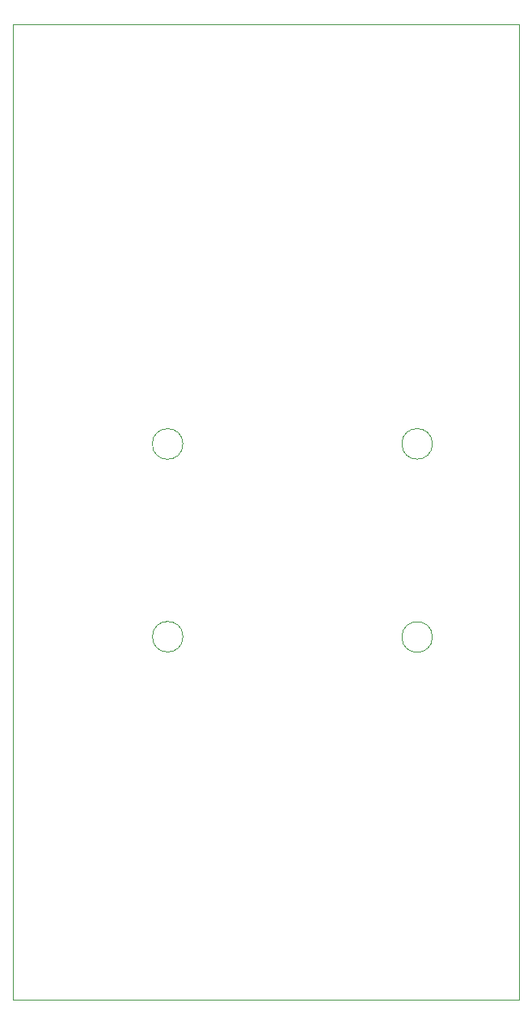
<source format=gbr>
%TF.GenerationSoftware,KiCad,Pcbnew,8.0.2*%
%TF.CreationDate,2024-05-13T00:36:02+01:00*%
%TF.ProjectId,Right_Controller_PCB_Bluetooth,52696768-745f-4436-9f6e-74726f6c6c65,V1.2*%
%TF.SameCoordinates,Original*%
%TF.FileFunction,Profile,NP*%
%FSLAX46Y46*%
G04 Gerber Fmt 4.6, Leading zero omitted, Abs format (unit mm)*
G04 Created by KiCad (PCBNEW 8.0.2) date 2024-05-13 00:36:02*
%MOMM*%
%LPD*%
G01*
G04 APERTURE LIST*
%TA.AperFunction,Profile*%
%ADD10C,0.050000*%
%TD*%
G04 APERTURE END LIST*
D10*
X117000000Y-47000000D02*
X170000000Y-47000000D01*
X170000000Y-149000000D01*
X117000000Y-149000000D01*
X117000000Y-47000000D01*
%TO.C,JoystickR1*%
X134800000Y-90909350D02*
G75*
G02*
X131600000Y-90909350I-1600000J0D01*
G01*
X131600000Y-90909350D02*
G75*
G02*
X134800000Y-90909350I1600000J0D01*
G01*
X134810000Y-111070000D02*
G75*
G02*
X131610000Y-111070000I-1600000J0D01*
G01*
X131610000Y-111070000D02*
G75*
G02*
X134810000Y-111070000I1600000J0D01*
G01*
X160930000Y-90900000D02*
G75*
G02*
X157730000Y-90900000I-1600000J0D01*
G01*
X157730000Y-90900000D02*
G75*
G02*
X160930000Y-90900000I1600000J0D01*
G01*
X160930000Y-111100000D02*
G75*
G02*
X157730000Y-111100000I-1600000J0D01*
G01*
X157730000Y-111100000D02*
G75*
G02*
X160930000Y-111100000I1600000J0D01*
G01*
%TD*%
M02*

</source>
